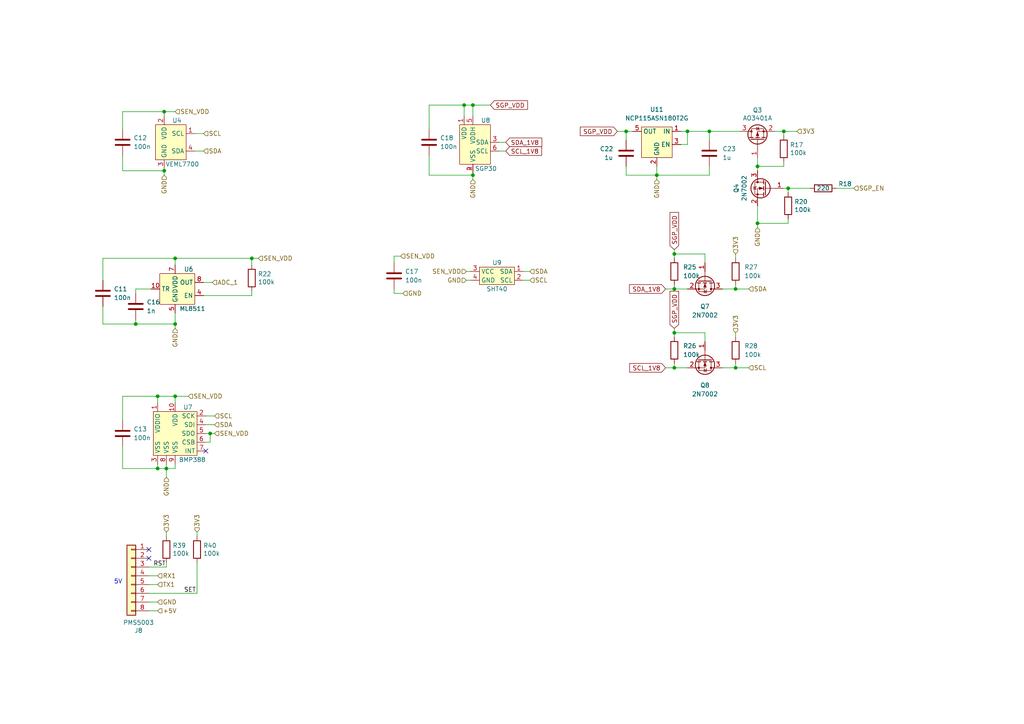
<source format=kicad_sch>
(kicad_sch (version 20211123) (generator eeschema)
  (paper "A4")
  (title_block (title "iotAirMonitoring") (rev "v1.0"))
  (lib_symbols
    (symbol "Connector_Generic:Conn_01x08" (pin_names (offset 1.016) hide)
      (property "Reference" "J" (at 0 10.16 0))
      (property "Value" "Conn_01x08" (at 0 -12.7 0))
      (symbol "Conn_01x08_1_1"
        (rectangle (start -1.27 -10.033) (end 0 -10.287) (stroke (width 0.1524)))
        (rectangle (start -1.27 -7.493) (end 0 -7.747) (stroke (width 0.1524)))
        (rectangle (start -1.27 -4.953) (end 0 -5.207) (stroke (width 0.1524)))
        (rectangle (start -1.27 -2.413) (end 0 -2.667) (stroke (width 0.1524)))
        (rectangle (start -1.27 0.127) (end 0 -0.127) (stroke (width 0.1524)))
        (rectangle (start -1.27 2.667) (end 0 2.413) (stroke (width 0.1524)))
        (rectangle (start -1.27 5.207) (end 0 4.953) (stroke (width 0.1524)))
        (rectangle (start -1.27 7.747) (end 0 7.493) (stroke (width 0.1524)))
        (rectangle (start -1.27 8.89) (end 1.27 -11.43) (stroke (width 0.254)) (fill (type background)))
        (pin passive line (at -5.08 7.62 0) (length 3.81) (name "Pin_1") (number "1"))
        (pin passive line (at -5.08 5.08 0) (length 3.81) (name "Pin_2") (number "2"))
        (pin passive line (at -5.08 2.54 0) (length 3.81) (name "Pin_3") (number "3"))
        (pin passive line (at -5.08 0 0) (length 3.81) (name "Pin_4") (number "4"))
        (pin passive line (at -5.08 -2.54 0) (length 3.81) (name "Pin_5") (number "5"))
        (pin passive line (at -5.08 -5.08 0) (length 3.81) (name "Pin_6") (number "6"))
        (pin passive line (at -5.08 -7.62 0) (length 3.81) (name "Pin_7") (number "7"))
        (pin passive line (at -5.08 -10.16 0) (length 3.81) (name "Pin_8") (number "8"))
      )
    )
    (symbol "Device:C" (pin_numbers hide) (pin_names (offset 0.254))
      (property "Reference" "C" (at 0.635 2.54 0))
      (property "Value" "C" (at 0.635 -2.54 0))
      (symbol "C_0_1"
        (polyline (pts (xy -2.032 -0.762) (xy 2.032 -0.762)) (stroke (width 0.508)))
        (polyline (pts (xy -2.032 0.762) (xy 2.032 0.762)) (stroke (width 0.508)))
      )
      (symbol "C_1_1"
        (pin passive line (at 0 3.81 270) (length 2.794) (name "~") (number "1"))
        (pin passive line (at 0 -3.81 90) (length 2.794) (name "~") (number "2"))
      )
    )
    (symbol "Device:Q_PMOS_GSD" (pin_names (offset 0) hide)
      (property "Reference" "Q" (at 5.08 1.27 0))
      (property "Value" "Q_PMOS_GSD" (at 5.08 -1.27 0))
      (symbol "Q_PMOS_GSD_0_1"
        (polyline (pts (xy 0.254 0) (xy -2.54 0)))
        (polyline (pts (xy 0.254 1.905) (xy 0.254 -1.905)) (stroke (width 0.254)))
        (polyline (pts (xy 0.762 -1.27) (xy 0.762 -2.286)) (stroke (width 0.254)))
        (polyline (pts (xy 0.762 0.508) (xy 0.762 -0.508)) (stroke (width 0.254)))
        (polyline (pts (xy 0.762 2.286) (xy 0.762 1.27)) (stroke (width 0.254)))
        (polyline (pts (xy 2.54 2.54) (xy 2.54 1.778)))
        (polyline (pts (xy 2.54 -2.54) (xy 2.54 0) (xy 0.762 0)))
        (polyline (pts (xy 0.762 1.778) (xy 3.302 1.778) (xy 3.302 -1.778) (xy 0.762 -1.778)))
        (polyline (pts (xy 2.286 0) (xy 1.27 0.381) (xy 1.27 -0.381) (xy 2.286 0)) (fill (type outline)))
        (polyline (pts (xy 2.794 -0.508) (xy 2.921 -0.381) (xy 3.683 -0.381) (xy 3.81 -0.254)))
        (polyline (pts (xy 3.302 -0.381) (xy 2.921 0.254) (xy 3.683 0.254) (xy 3.302 -0.381)))
        (circle (center 1.651 0) (radius 2.794) (stroke (width 0.254)))
        (circle (center 2.54 -1.778) (radius 0.254) (fill (type outline)))
        (circle (center 2.54 1.778) (radius 0.254) (fill (type outline)))
      )
      (symbol "Q_PMOS_GSD_1_1"
        (pin input line (at -5.08 0 0) (length 2.54) (name "G") (number "1"))
        (pin passive line (at 2.54 -5.08 90) (length 2.54) (name "S") (number "2"))
        (pin passive line (at 2.54 5.08 270) (length 2.54) (name "D") (number "3"))
      )
    )
    (symbol "Device:R" (pin_numbers hide) (pin_names (offset 0))
      (property "Reference" "R" (at 2.032 0 90))
      (property "Value" "R" (at 0 0 90))
      (symbol "R_0_1"
        (rectangle (start -1.016 -2.54) (end 1.016 2.54) (stroke (width 0.254)))
      )
      (symbol "R_1_1"
        (pin passive line (at 0 3.81 270) (length 1.27) (name "~") (number "1"))
        (pin passive line (at 0 -3.81 90) (length 1.27) (name "~") (number "2"))
      )
    )
    (symbol "Transistor_FET:2N7002" (pin_names hide)
      (property "Reference" "Q" (at 5.08 1.905 0))
      (property "Value" "2N7002" (at 5.08 0 0))
      (symbol "2N7002_0_1"
        (polyline (pts (xy 0.254 0) (xy -2.54 0)))
        (polyline (pts (xy 0.254 1.905) (xy 0.254 -1.905)) (stroke (width 0.254)))
        (polyline (pts (xy 0.762 -1.27) (xy 0.762 -2.286)) (stroke (width 0.254)))
        (polyline (pts (xy 0.762 0.508) (xy 0.762 -0.508)) (stroke (width 0.254)))
        (polyline (pts (xy 0.762 2.286) (xy 0.762 1.27)) (stroke (width 0.254)))
        (polyline (pts (xy 2.54 2.54) (xy 2.54 1.778)))
        (polyline (pts (xy 2.54 -2.54) (xy 2.54 0) (xy 0.762 0)))
        (polyline (pts (xy 0.762 -1.778) (xy 3.302 -1.778) (xy 3.302 1.778) (xy 0.762 1.778)))
        (polyline (pts (xy 1.016 0) (xy 2.032 0.381) (xy 2.032 -0.381) (xy 1.016 0)) (fill (type outline)))
        (polyline (pts (xy 2.794 0.508) (xy 2.921 0.381) (xy 3.683 0.381) (xy 3.81 0.254)))
        (polyline (pts (xy 3.302 0.381) (xy 2.921 -0.254) (xy 3.683 -0.254) (xy 3.302 0.381)))
        (circle (center 1.651 0) (radius 2.794) (stroke (width 0.254)))
        (circle (center 2.54 -1.778) (radius 0.254) (fill (type outline)))
        (circle (center 2.54 1.778) (radius 0.254) (fill (type outline)))
      )
      (symbol "2N7002_1_1"
        (pin input line (at -5.08 0 0) (length 2.54) (name "G") (number "1"))
        (pin passive line (at 2.54 -5.08 90) (length 2.54) (name "S") (number "2"))
        (pin passive line (at 2.54 5.08 270) (length 2.54) (name "D") (number "3"))
      )
    )
    (symbol "mainBoard:BMP388"
      (property "Reference" "U" (at 2.54 7.62 0))
      (property "Value" "BMP388" (at 3.81 -7.62 0))
      (symbol "BMP388_0_1"
        (rectangle (start -7.62 6.35) (end 5.08 -6.35) (fill (type background)))
      )
      (symbol "BMP388_1_1"
        (pin input line (at -6.35 8.89 270) (length 2.54) (name "VDDIO") (number "1"))
        (pin input line (at -1.27 8.89 270) (length 2.54) (name "VDD") (number "10"))
        (pin input line (at 7.62 5.08 180) (length 2.54) (name "SCK") (number "2"))
        (pin input line (at -6.35 -8.89 90) (length 2.54) (name "VSS") (number "3"))
        (pin input line (at 7.62 2.54 180) (length 2.54) (name "SDI") (number "4"))
        (pin input line (at 7.62 0 180) (length 2.54) (name "SDO") (number "5"))
        (pin input line (at 7.62 -2.54 180) (length 2.54) (name "CSB") (number "6"))
        (pin input line (at 7.62 -5.08 180) (length 2.54) (name "INT") (number "7"))
        (pin input line (at -3.81 -8.89 90) (length 2.54) (name "VSS") (number "8"))
        (pin input line (at -1.27 -8.89 90) (length 2.54) (name "VSS") (number "9"))
      )
    )
    (symbol "mainBoard:ML8511"
      (property "Reference" "U" (at 3.175 5.715 0))
      (property "Value" "ML8511" (at 4.445 -5.715 0))
      (symbol "ML8511_0_1"
        (rectangle (start -4.445 4.445) (end 5.715 -4.445) (fill (type background)))
      )
      (symbol "ML8511_1_1"
        (pin input line (at -6.985 0 0) (length 2.54) (name "TR") (number "10"))
        (pin input line (at 8.255 -1.905 180) (length 2.54) (name "EN") (number "4"))
        (pin input line (at 0 -6.985 90) (length 2.54) (name "GND") (number "5"))
        (pin input line (at 0 6.985 270) (length 2.54) (name "VDD") (number "7"))
        (pin output line (at 8.255 1.905 180) (length 2.54) (name "OUT") (number "8"))
      )
    )
    (symbol "mainBoard:NCP115ASN180T2G"
      (property "Reference" "U" (at 2.54 -6.35 0))
      (property "Value" "NCP115ASN180T2G" (at 0 5.08 0))
      (symbol "NCP115ASN180T2G_0_1"
        (rectangle (start -4.445 3.81) (end 4.445 -5.08) (fill (type background)))
      )
      (symbol "NCP115ASN180T2G_1_1"
        (pin input line (at -6.985 2.54 0) (length 2.54) (name "IN") (number "1"))
        (pin input line (at 0 -7.62 90) (length 2.54) (name "GND") (number "2"))
        (pin input line (at -6.985 -1.27 0) (length 2.54) (name "EN") (number "3"))
        (pin input line (at 6.985 2.54 180) (length 2.54) (name "OUT") (number "5"))
      )
    )
    (symbol "mainBoard:SGP30"
      (property "Reference" "U" (at 0 13.97 0))
      (property "Value" "SGP30" (at 0 20.32 0))
      (symbol "SGP30_0_1"
        (rectangle (start -3.81 6.35) (end 5.08 -5.08) (fill (type background)))
      )
      (symbol "SGP30_1_1"
        (pin input line (at -2.54 8.89 270) (length 2.54) (name "VDD") (number "1"))
        (pin input line (at 0 -7.62 90) (length 2.54) (name "VSS") (number "2"))
        (pin input line (at 7.62 1.27 180) (length 2.54) (name "SDA") (number "3"))
        (pin input line (at 0 -7.62 90) (length 2.54) (name "") (number "4"))
        (pin input line (at 0 8.89 270) (length 2.54) (name "VDDH") (number "5"))
        (pin input line (at 7.62 -1.27 180) (length 2.54) (name "SCL") (number "6"))
      )
    )
    (symbol "mainBoard:SHT40"
      (property "Reference" "U" (at 0 3.81 0))
      (property "Value" "SHT40" (at 0 -3.81 0))
      (symbol "SHT40_0_1"
        (rectangle (start -5.08 2.54) (end 5.08 -2.54) (fill (type background)))
      )
      (symbol "SHT40_1_1"
        (pin bidirectional line (at 7.62 1.27 180) (length 2.54) (name "SDA") (number "1"))
        (pin bidirectional line (at 7.62 -1.27 180) (length 2.54) (name "SCL") (number "2"))
        (pin power_in line (at -7.62 1.27 0) (length 2.54) (name "VCC") (number "3"))
        (pin passive line (at -7.62 -1.27 0) (length 2.54) (name "GND") (number "4"))
      )
    )
    (symbol "mainBoard:VEML7700"
      (property "Reference" "U" (at 2.54 6.35 0))
      (property "Value" "VEML7700" (at 3.81 -6.35 0))
      (symbol "VEML7700_0_1"
        (rectangle (start -3.81 5.08) (end 5.08 -5.08) (fill (type background)))
      )
      (symbol "VEML7700_1_1"
        (pin passive line (at 7.62 2.54 180) (length 2.54) (name "SCL") (number "1"))
        (pin power_in line (at -1.27 7.62 270) (length 2.54) (name "VDD") (number "2"))
        (pin passive line (at -1.27 -7.62 90) (length 2.54) (name "GND") (number "3"))
        (pin passive line (at 7.62 -2.54 180) (length 2.54) (name "SDA") (number "4"))
      )
    )
  )
  (junction (at 47.625 49.53))
  (junction (at 137.16 30.48))
  (junction (at 228.6 54.61))
  (junction (at 195.58 96.52))
  (junction (at 205.74 38.1))
  (junction (at 45.72 114.935))
  (junction (at 73.025 74.93))
  (junction (at 190.5 50.8))
  (junction (at 50.8 74.93))
  (junction (at 50.8 93.98))
  (junction (at 199.39 38.1))
  (junction (at 195.58 73.66))
  (junction (at 195.58 83.82))
  (junction (at 219.71 48.26))
  (junction (at 213.36 83.82))
  (junction (at 39.37 93.98))
  (junction (at 45.72 135.89))
  (junction (at 47.625 32.385))
  (junction (at 134.62 30.48))
  (junction (at 48.26 135.89))
  (junction (at 213.36 106.68))
  (junction (at 60.96 125.73))
  (junction (at 227.33 38.1))
  (junction (at 195.58 106.68))
  (junction (at 50.8 114.935))
  (junction (at 181.61 38.1))
  (junction (at 137.16 50.8))
  (junction (at 219.71 64.77))
  (no_connect (at 43.18 159.385))
  (no_connect (at 59.69 130.81))
  (no_connect (at 43.18 161.925))
  (wire (pts (xy 197.485 38.1) (xy 199.39 38.1)))
  (wire (pts (xy 47.625 48.895) (xy 47.625 49.53)))
  (wire (pts (xy 45.72 135.89) (xy 48.26 135.89)))
  (wire (pts (xy 50.8 135.89) (xy 50.8 134.62)))
  (wire (pts (xy 60.96 125.73) (xy 62.23 125.73)))
  (wire (pts (xy 39.37 92.71) (xy 39.37 93.98)))
  (wire (pts (xy 228.6 54.61) (xy 234.95 54.61)))
  (wire (pts (xy 181.61 48.26) (xy 181.61 50.8)))
  (wire (pts (xy 60.96 128.27) (xy 60.96 125.73)))
  (wire (pts (xy 195.58 72.39) (xy 195.58 73.66)))
  (wire (pts (xy 135.255 78.74) (xy 136.525 78.74)))
  (wire (pts (xy 199.39 38.1) (xy 199.39 41.91)))
  (wire (pts (xy 219.71 66.04) (xy 219.71 64.77)))
  (wire (pts (xy 205.74 38.1) (xy 214.63 38.1)))
  (wire (pts (xy 190.5 50.8) (xy 190.5 52.07)))
  (wire (pts (xy 48.26 135.89) (xy 50.8 135.89)))
  (wire (pts (xy 181.61 38.1) (xy 181.61 40.64)))
  (wire (pts (xy 193.04 83.82) (xy 195.58 83.82)))
  (wire (pts (xy 195.58 83.82) (xy 195.58 82.55)))
  (wire (pts (xy 227.33 54.61) (xy 228.6 54.61)))
  (wire (pts (xy 219.71 64.77) (xy 228.6 64.77)))
  (wire (pts (xy 124.46 50.8) (xy 137.16 50.8)))
  (wire (pts (xy 137.16 50.8) (xy 137.16 52.07)))
  (wire (pts (xy 205.74 50.8) (xy 205.74 48.26)))
  (wire (pts (xy 228.6 54.61) (xy 228.6 55.88)))
  (wire (pts (xy 227.33 39.37) (xy 227.33 38.1)))
  (wire (pts (xy 43.18 169.545) (xy 45.72 169.545)))
  (wire (pts (xy 50.8 32.385) (xy 47.625 32.385)))
  (wire (pts (xy 73.025 74.93) (xy 73.025 76.835)))
  (wire (pts (xy 35.56 32.385) (xy 47.625 32.385)))
  (wire (pts (xy 228.6 64.77) (xy 228.6 63.5)))
  (wire (pts (xy 190.5 48.26) (xy 190.5 50.8)))
  (wire (pts (xy 59.69 120.65) (xy 62.23 120.65)))
  (wire (pts (xy 73.025 85.725) (xy 73.025 84.455)))
  (wire (pts (xy 151.765 81.28) (xy 153.67 81.28)))
  (wire (pts (xy 114.3 85.09) (xy 116.84 85.09)))
  (wire (pts (xy 48.26 135.89) (xy 48.26 138.43)))
  (wire (pts (xy 35.56 49.53) (xy 35.56 45.085)))
  (wire (pts (xy 227.33 48.26) (xy 227.33 46.99)))
  (wire (pts (xy 213.36 106.68) (xy 213.36 105.41)))
  (wire (pts (xy 144.78 41.275) (xy 146.685 41.275)))
  (wire (pts (xy 209.55 83.82) (xy 213.36 83.82)))
  (wire (pts (xy 114.3 83.82) (xy 114.3 85.09)))
  (wire (pts (xy 199.39 83.82) (xy 195.58 83.82)))
  (wire (pts (xy 47.625 49.53) (xy 35.56 49.53)))
  (wire (pts (xy 39.37 83.82) (xy 43.815 83.82)))
  (wire (pts (xy 48.26 135.89) (xy 48.26 134.62)))
  (wire (pts (xy 213.36 83.82) (xy 217.17 83.82)))
  (wire (pts (xy 29.845 93.98) (xy 39.37 93.98)))
  (wire (pts (xy 50.8 114.935) (xy 45.72 114.935)))
  (wire (pts (xy 50.8 114.935) (xy 50.8 116.84)))
  (wire (pts (xy 137.16 30.48) (xy 134.62 30.48)))
  (wire (pts (xy 137.16 50.165) (xy 137.16 50.8)))
  (wire (pts (xy 48.26 163.195) (xy 48.26 164.465)))
  (wire (pts (xy 43.18 172.085) (xy 57.15 172.085)))
  (wire (pts (xy 144.78 43.815) (xy 146.685 43.815)))
  (wire (pts (xy 213.36 106.68) (xy 217.17 106.68)))
  (wire (pts (xy 114.3 74.295) (xy 116.205 74.295)))
  (wire (pts (xy 209.55 106.68) (xy 213.36 106.68)))
  (wire (pts (xy 195.58 96.52) (xy 204.47 96.52)))
  (wire (pts (xy 59.055 81.915) (xy 61.595 81.915)))
  (wire (pts (xy 47.625 32.385) (xy 47.625 33.655)))
  (wire (pts (xy 137.16 30.48) (xy 137.16 33.655)))
  (wire (pts (xy 219.71 45.72) (xy 219.71 48.26)))
  (wire (pts (xy 35.56 129.54) (xy 35.56 135.89)))
  (wire (pts (xy 59.69 125.73) (xy 60.96 125.73)))
  (wire (pts (xy 48.26 154.305) (xy 48.26 155.575)))
  (wire (pts (xy 57.15 154.305) (xy 57.15 155.575)))
  (wire (pts (xy 35.56 135.89) (xy 45.72 135.89)))
  (wire (pts (xy 43.18 174.625) (xy 45.72 174.625)))
  (wire (pts (xy 35.56 114.935) (xy 35.56 121.92)))
  (wire (pts (xy 219.71 48.26) (xy 219.71 49.53)))
  (wire (pts (xy 134.62 30.48) (xy 134.62 33.655)))
  (wire (pts (xy 213.36 73.66) (xy 213.36 74.93)))
  (wire (pts (xy 179.07 38.1) (xy 181.61 38.1)))
  (wire (pts (xy 56.515 43.815) (xy 59.055 43.815)))
  (wire (pts (xy 29.845 74.93) (xy 50.8 74.93)))
  (wire (pts (xy 135.255 81.28) (xy 136.525 81.28)))
  (wire (pts (xy 124.46 37.465) (xy 124.46 30.48)))
  (wire (pts (xy 50.8 93.98) (xy 50.8 95.25)))
  (wire (pts (xy 29.845 88.9) (xy 29.845 93.98)))
  (wire (pts (xy 35.56 37.465) (xy 35.56 32.385)))
  (wire (pts (xy 50.8 93.98) (xy 50.8 90.805)))
  (wire (pts (xy 195.58 73.66) (xy 195.58 74.93)))
  (wire (pts (xy 137.16 30.48) (xy 142.24 30.48)))
  (wire (pts (xy 227.33 38.1) (xy 231.14 38.1)))
  (wire (pts (xy 45.72 114.935) (xy 35.56 114.935)))
  (wire (pts (xy 43.18 167.005) (xy 45.72 167.005)))
  (wire (pts (xy 124.46 30.48) (xy 134.62 30.48)))
  (wire (pts (xy 193.04 106.68) (xy 195.58 106.68)))
  (wire (pts (xy 39.37 93.98) (xy 50.8 93.98)))
  (wire (pts (xy 204.47 96.52) (xy 204.47 99.06)))
  (wire (pts (xy 151.765 78.74) (xy 153.67 78.74)))
  (wire (pts (xy 190.5 50.8) (xy 205.74 50.8)))
  (wire (pts (xy 39.37 85.09) (xy 39.37 83.82)))
  (wire (pts (xy 195.58 95.25) (xy 195.58 96.52)))
  (wire (pts (xy 29.845 81.28) (xy 29.845 74.93)))
  (wire (pts (xy 181.61 50.8) (xy 190.5 50.8)))
  (wire (pts (xy 124.46 45.085) (xy 124.46 50.8)))
  (wire (pts (xy 43.18 177.165) (xy 45.72 177.165)))
  (wire (pts (xy 224.79 38.1) (xy 227.33 38.1)))
  (wire (pts (xy 219.71 48.26) (xy 227.33 48.26)))
  (wire (pts (xy 45.72 114.935) (xy 45.72 116.84)))
  (wire (pts (xy 213.36 96.52) (xy 213.36 97.79)))
  (wire (pts (xy 219.71 59.69) (xy 219.71 64.77)))
  (wire (pts (xy 205.74 38.1) (xy 205.74 40.64)))
  (wire (pts (xy 56.515 38.735) (xy 59.055 38.735)))
  (wire (pts (xy 195.58 106.68) (xy 199.39 106.68)))
  (wire (pts (xy 247.65 54.61) (xy 242.57 54.61)))
  (wire (pts (xy 181.61 38.1) (xy 183.515 38.1)))
  (wire (pts (xy 54.61 114.935) (xy 50.8 114.935)))
  (wire (pts (xy 195.58 96.52) (xy 195.58 97.79)))
  (wire (pts (xy 43.18 164.465) (xy 48.26 164.465)))
  (wire (pts (xy 199.39 41.91) (xy 197.485 41.91)))
  (wire (pts (xy 195.58 105.41) (xy 195.58 106.68)))
  (wire (pts (xy 199.39 38.1) (xy 205.74 38.1)))
  (wire (pts (xy 114.3 76.2) (xy 114.3 74.295)))
  (wire (pts (xy 195.58 73.66) (xy 204.47 73.66)))
  (wire (pts (xy 59.055 85.725) (xy 73.025 85.725)))
  (wire (pts (xy 59.69 128.27) (xy 60.96 128.27)))
  (wire (pts (xy 59.69 123.19) (xy 62.23 123.19)))
  (wire (pts (xy 57.15 163.195) (xy 57.15 172.085)))
  (wire (pts (xy 74.93 74.93) (xy 73.025 74.93)))
  (wire (pts (xy 45.72 134.62) (xy 45.72 135.89)))
  (wire (pts (xy 213.36 83.82) (xy 213.36 82.55)))
  (wire (pts (xy 204.47 73.66) (xy 204.47 76.2)))
  (wire (pts (xy 47.625 49.53) (xy 47.625 50.8)))
  (wire (pts (xy 50.8 74.93) (xy 50.8 76.835)))
  (wire (pts (xy 73.025 74.93) (xy 50.8 74.93)))
  (text "5V" (at 33.02 169.545 0) (effects (font (size 1.27 1.27)) (justify left bottom)))
  (label "RST" (at 44.45 164.465 0))
  (label "SET" (at 53.34 172.085 0))
  (global_label "SGP_VDD" (shape input) (at 179.07 38.1 180) (property "Intersheet References" "${INTERSHEET_REFS}" (effects hide)))
  (global_label "SGP_VDD" (shape input) (at 195.58 95.25 90) (property "Intersheet References" "${INTERSHEET_REFS}" (effects hide)))
  (global_label "SDA_1V8" (shape input) (at 193.04 83.82 180) (property "Intersheet References" "${INTERSHEET_REFS}" (effects hide)))
  (global_label "SGP_VDD" (shape input) (at 195.58 72.39 90) (property "Intersheet References" "${INTERSHEET_REFS}" (effects hide)))
  (global_label "SCL_1V8" (shape input) (at 193.04 106.68 180) (property "Intersheet References" "${INTERSHEET_REFS}" (effects hide)))
  (global_label "SGP_VDD" (shape input) (at 142.24 30.48 0) (property "Intersheet References" "${INTERSHEET_REFS}" (effects hide)))
  (global_label "SCL_1V8" (shape input) (at 146.685 43.815 0) (property "Intersheet References" "${INTERSHEET_REFS}" (effects hide)))
  (global_label "SDA_1V8" (shape input) (at 146.685 41.275 0) (property "Intersheet References" "${INTERSHEET_REFS}" (effects hide)))
  (hierarchical_label "GND" (shape input) (at 116.84 85.09 0))
  (hierarchical_label "GND" (shape input) (at 48.26 138.43 270))
  (hierarchical_label "SEN_VDD" (shape input) (at 135.255 78.74 180))
  (hierarchical_label "3V3" (shape input) (at 231.14 38.1 0))
  (hierarchical_label "GND" (shape input) (at 137.16 52.07 270))
  (hierarchical_label "GND" (shape input) (at 45.72 174.625 0))
  (hierarchical_label "SDA" (shape input) (at 59.055 43.815 0))
  (hierarchical_label "RX1" (shape input) (at 45.72 167.005 0))
  (hierarchical_label "GND" (shape input) (at 219.71 66.04 270))
  (hierarchical_label "GND" (shape input) (at 50.8 95.25 270))
  (hierarchical_label "GND" (shape input) (at 190.5 52.07 270))
  (hierarchical_label "SDA" (shape input) (at 62.23 123.19 0))
  (hierarchical_label "GND" (shape input) (at 135.255 81.28 180))
  (hierarchical_label "SEN_VDD" (shape input) (at 116.205 74.295 0))
  (hierarchical_label "SCL" (shape input) (at 59.055 38.735 0))
  (hierarchical_label "SDA" (shape input) (at 217.17 83.82 0))
  (hierarchical_label "3V3" (shape input) (at 213.36 96.52 90))
  (hierarchical_label "SCL" (shape input) (at 217.17 106.68 0))
  (hierarchical_label "SGP_EN" (shape input) (at 247.65 54.61 0))
  (hierarchical_label "3V3" (shape input) (at 57.15 154.305 90))
  (hierarchical_label "SEN_VDD" (shape input) (at 74.93 74.93 0))
  (hierarchical_label "SEN_VDD" (shape input) (at 54.61 114.935 0))
  (hierarchical_label "ADC_1" (shape input) (at 61.595 81.915 0))
  (hierarchical_label "3V3" (shape input) (at 48.26 154.305 90))
  (hierarchical_label "TX1" (shape input) (at 45.72 169.545 0))
  (hierarchical_label "SDA" (shape input) (at 153.67 78.74 0))
  (hierarchical_label "SCL" (shape input) (at 62.23 120.65 0))
  (hierarchical_label "GND" (shape input) (at 47.625 50.8 270))
  (hierarchical_label "3V3" (shape input) (at 213.36 73.66 90))
  (hierarchical_label "+5V" (shape input) (at 45.72 177.165 0))
  (hierarchical_label "SEN_VDD" (shape input) (at 62.23 125.73 0))
  (hierarchical_label "SCL" (shape input) (at 153.67 81.28 0))
  (hierarchical_label "SEN_VDD" (shape input) (at 50.8 32.385 0))
  (symbol (lib_id "Connector_Generic:Conn_01x08") (at 38.1 167.005 0) (mirror y) (unit 1)
    (property "Reference" "J8" (at 40.1828 182.88 0))
    (property "Value" "PMS5003" (at 40.1828 180.5686 0))
    (property "Footprint" "Connector_Molex:Molex_PicoBlade_53048-0810_1x08_P1.25mm_Horizontal" (effects hide))
    (property "Datasheet" "https://www.tme.eu/Document/48db6664d1820be2d7958b46105daf6e/mx53048.pdf" (effects hide))
  )
  (symbol (lib_id "Device:R") (at 48.26 159.385 0) (unit 1)
    (property "Reference" "R39" (at 50.038 158.2166 0) (effects (justify left)))
    (property "Value" "100k" (at 50.038 160.528 0) (effects (justify left)))
    (property "Footprint" "Resistor_SMD:R_0805_2012Metric" (effects hide))
    (property "LCSC" "C25741" (effects hide))
  )
  (symbol (lib_id "Device:R") (at 57.15 159.385 0) (unit 1)
    (property "Reference" "R40" (at 58.928 158.2166 0) (effects (justify left)))
    (property "Value" "100k" (at 58.928 160.528 0) (effects (justify left)))
    (property "Footprint" "Resistor_SMD:R_0805_2012Metric" (effects hide))
    (property "LCSC" "C25741" (effects hide))
  )
  (symbol (lib_id "Device:R") (at 238.76 54.61 270) (unit 1)
    (property "Reference" "R18" (at 245.11 53.34 90))
    (property "Value" "220" (at 238.76 54.61 90))
    (property "Footprint" "Resistor_SMD:R_0805_2012Metric" (effects hide))
    (property "LCSC" "C25091" (effects hide))
  )
  (symbol (lib_id "Device:R") (at 228.6 59.69 0) (unit 1)
    (property "Reference" "R20" (at 230.378 58.5216 0) (effects (justify left)))
    (property "Value" "100k" (at 230.378 60.833 0) (effects (justify left)))
    (property "Footprint" "Resistor_SMD:R_0805_2012Metric" (effects hide))
    (property "LCSC" "C25741" (effects hide))
  )
  (symbol (lib_id "Device:R") (at 227.33 43.18 0) (unit 1)
    (property "Reference" "R17" (at 229.108 42.0116 0) (effects (justify left)))
    (property "Value" "100k" (at 229.108 44.323 0) (effects (justify left)))
    (property "Footprint" "Resistor_SMD:R_0805_2012Metric" (effects hide))
    (property "LCSC" "C25741" (effects hide))
  )
  (symbol (lib_id "Device:Q_PMOS_GSD") (at 219.71 40.64 90) (unit 1)
    (property "Reference" "Q3" (at 219.71 31.9532 90))
    (property "Value" "AO3401A" (at 219.71 34.2646 90))
    (property "Footprint" "Package_TO_SOT_SMD:SOT-23" (effects hide))
    (property "Datasheet" "https://datasheet.lcsc.com/lcsc/1810171817_Alpha-&-Omega-Semicon-AO3401A_C15127.pdf" (effects hide))
    (property "LCSC" "C15127" (effects hide))
    (property "JLCPCB_CORRECTIONS" "0;0;180" (effects hide))
  )
  (symbol (lib_id "Transistor_FET:2N7002") (at 222.25 54.61 0) (mirror y) (unit 1)
    (property "Reference" "Q4" (at 213.5632 54.61 90))
    (property "Value" "2N7002" (at 215.8746 54.61 90))
    (property "Footprint" "Package_TO_SOT_SMD:SOT-23" (effects hide))
    (property "Datasheet" "https://www.onsemi.com/pub/Collateral/NDS7002A-D.PDF" (effects hide))
    (property "LCSC" "C8545" (effects hide))
    (property "JLCPCB_CORRECTIONS" "0;0;180" (effects hide))
  )
  (symbol (lib_id "Device:C") (at 39.37 88.9 0) (unit 1)
    (property "Reference" "C16" (at 42.545 87.6299 0) (effects (justify left)))
    (property "Value" "1n" (at 42.545 90.1699 0) (effects (justify left)))
    (property "Footprint" "Capacitor_SMD:C_0805_2012Metric" (effects hide))
  )
  (symbol (lib_id "mainBoard:NCP115ASN180T2G") (at 190.5 40.64 0) (mirror y) (unit 1)
    (property "Reference" "U11" (at 190.5 31.75 0))
    (property "Value" "NCP115ASN180T2G" (at 190.5 34.29 0))
    (property "Footprint" "Package_SO:TSOP-5_1.65x3.05mm_P0.95mm" (effects hide))
    (property "Datasheet" "https://www.tme.eu/Document/49f88a06d78db5fe6727e494e0a779db/NCP115.PDF" (effects hide))
    (property "TME" "NCP115ASN180T1G" (effects hide))
  )
  (symbol (lib_id "Device:C") (at 114.3 80.01 0) (unit 1)
    (property "Reference" "C17" (at 117.475 78.7399 0) (effects (justify left)))
    (property "Value" "100n" (at 117.475 81.2799 0) (effects (justify left)))
    (property "Footprint" "Capacitor_SMD:C_0603_1608Metric" (effects hide))
  )
  (symbol (lib_id "Device:C") (at 124.46 41.275 0) (unit 1)
    (property "Reference" "C18" (at 127.635 40.0049 0) (effects (justify left)))
    (property "Value" "100n" (at 127.635 42.5449 0) (effects (justify left)))
    (property "Footprint" "Capacitor_SMD:C_0603_1608Metric" (effects hide))
  )
  (symbol (lib_id "Device:R") (at 213.36 78.74 0) (unit 1)
    (property "Reference" "R27" (at 215.9 77.4699 0) (effects (justify left)))
    (property "Value" "100k" (at 215.9 80.0099 0) (effects (justify left)))
    (property "Footprint" "Resistor_SMD:R_0805_2012Metric" (effects hide))
  )
  (symbol (lib_id "Device:R") (at 195.58 78.74 0) (unit 1)
    (property "Reference" "R25" (at 198.12 77.4699 0) (effects (justify left)))
    (property "Value" "100k" (at 198.12 80.0099 0) (effects (justify left)))
    (property "Footprint" "Resistor_SMD:R_0805_2012Metric" (effects hide))
  )
  (symbol (lib_id "Device:R") (at 73.025 80.645 0) (unit 1)
    (property "Reference" "R22" (at 74.803 79.4766 0) (effects (justify left)))
    (property "Value" "100k" (at 74.803 81.788 0) (effects (justify left)))
    (property "Footprint" "Resistor_SMD:R_0805_2012Metric" (effects hide))
    (property "LCSC" "C25741" (effects hide))
  )
  (symbol (lib_id "Device:C") (at 205.74 44.45 0) (unit 1)
    (property "Reference" "C23" (at 209.55 43.1799 0) (effects (justify left)))
    (property "Value" "1u" (at 209.55 45.7199 0) (effects (justify left)))
    (property "Footprint" "Capacitor_SMD:C_0805_2012Metric" (effects hide))
  )
  (symbol (lib_id "Device:C") (at 35.56 41.275 0) (unit 1)
    (property "Reference" "C12" (at 38.735 40.0049 0) (effects (justify left)))
    (property "Value" "100n" (at 38.735 42.5449 0) (effects (justify left)))
    (property "Footprint" "Capacitor_SMD:C_0603_1608Metric" (effects hide))
  )
  (symbol (lib_id "mainBoard:BMP388") (at 52.07 125.73 0) (unit 1)
    (property "Reference" "U7" (at 55.88 118.11 0) (effects (justify right)))
    (property "Value" "BMP388" (at 59.69 133.35 0) (effects (justify right)))
    (property "Footprint" "mainBoard:BMP388" (effects hide))
    (property "Datasheet" "https://www.bosch-sensortec.com/media/boschsensortec/downloads/datasheets/bst-bmp388-ds001.pdf" (effects hide))
  )
  (symbol (lib_id "Device:R") (at 195.58 101.6 0) (unit 1)
    (property "Reference" "R26" (at 198.12 100.3299 0) (effects (justify left)))
    (property "Value" "100k" (at 198.12 102.8699 0) (effects (justify left)))
    (property "Footprint" "Resistor_SMD:R_0805_2012Metric" (effects hide))
  )
  (symbol (lib_id "Device:C") (at 29.845 85.09 0) (unit 1)
    (property "Reference" "C11" (at 33.02 83.8199 0) (effects (justify left)))
    (property "Value" "100n" (at 33.02 86.3599 0) (effects (justify left)))
    (property "Footprint" "Capacitor_SMD:C_0603_1608Metric" (effects hide))
  )
  (symbol (lib_id "mainBoard:SHT40") (at 144.145 80.01 0) (unit 1)
    (property "Reference" "U9" (at 144.145 76.2 0))
    (property "Value" "SHT40" (at 144.145 83.82 0))
    (property "Footprint" "mainBoard:SHT40" (effects hide))
    (property "Datasheet" "https://sensirion.com/media/documents/33FD6951/61641E1E/Sensirion_Humidity_Sensors_SHT4x_Datasheet.pdf" (effects hide))
  )
  (symbol (lib_id "mainBoard:ML8511") (at 50.8 83.82 0) (unit 1)
    (property "Reference" "U6" (at 53.34 78.105 0) (effects (justify left)))
    (property "Value" "ML8511" (at 52.07 89.535 0) (effects (justify left)))
    (property "Footprint" "mainBoard:ML8511" (effects hide))
    (property "Datasheet" "https://cdn.sparkfun.com/datasheets/Sensors/LightImaging/ML8511_3-8-13.pdf" (effects hide))
  )
  (symbol (lib_id "Device:R") (at 213.36 101.6 0) (unit 1)
    (property "Reference" "R28" (at 215.9 100.3299 0) (effects (justify left)))
    (property "Value" "100k" (at 215.9 102.8699 0) (effects (justify left)))
    (property "Footprint" "Resistor_SMD:R_0805_2012Metric" (effects hide))
  )
  (symbol (lib_id "mainBoard:SGP30") (at 137.16 42.545 0) (unit 1)
    (property "Reference" "U8" (at 142.24 34.925 0) (effects (justify right)))
    (property "Value" "SGP30" (at 144.145 48.895 0) (effects (justify right)))
    (property "Footprint" "mainBoard:SGP30" (effects hide))
    (property "Datasheet" "https://sensirion.com/media/documents/984E0DD5/61644B8B/Sensirion_Gas_Sensors_Datasheet_SGP30.pdf" (effects hide))
  )
  (symbol (lib_id "Device:C") (at 35.56 125.73 0) (unit 1)
    (property "Reference" "C13" (at 38.735 124.4599 0) (effects (justify left)))
    (property "Value" "100n" (at 38.735 126.9999 0) (effects (justify left)))
    (property "Footprint" "Capacitor_SMD:C_0603_1608Metric" (effects hide))
  )
  (symbol (lib_id "mainBoard:VEML7700") (at 48.895 41.275 0) (unit 1)
    (property "Reference" "U4" (at 52.705 34.925 0) (effects (justify right)))
    (property "Value" "VEML7700" (at 57.785 47.625 0) (effects (justify right)))
    (property "Footprint" "mainBoard:VEML7700" (effects hide))
    (property "Datasheet" "https://www.vishay.com/docs/84286/veml7700.pdf" (effects hide))
  )
  (symbol (lib_id "Transistor_FET:2N7002") (at 204.47 104.14 270) (unit 1)
    (property "Reference" "Q8" (at 204.47 111.76 90))
    (property "Value" "2N7002" (at 204.47 114.3 90))
    (property "Footprint" "Package_TO_SOT_SMD:SOT-23" (effects hide))
    (property "Datasheet" "https://www.onsemi.com/pub/Collateral/NDS7002A-D.PDF" (effects hide))
  )
  (symbol (lib_id "Transistor_FET:2N7002") (at 204.47 81.28 270) (unit 1)
    (property "Reference" "Q7" (at 204.47 88.9 90))
    (property "Value" "2N7002" (at 204.47 91.44 90))
    (property "Footprint" "Package_TO_SOT_SMD:SOT-23" (effects hide))
    (property "Datasheet" "https://www.onsemi.com/pub/Collateral/NDS7002A-D.PDF" (effects hide))
  )
  (symbol (lib_id "Device:C") (at 181.61 44.45 0) (unit 1)
    (property "Reference" "C22" (at 173.99 43.18 0) (effects (justify left)))
    (property "Value" "1u" (at 175.26 45.72 0) (effects (justify left)))
    (property "Footprint" "Capacitor_SMD:C_0805_2012Metric" (effects hide))
  )
)
</source>
